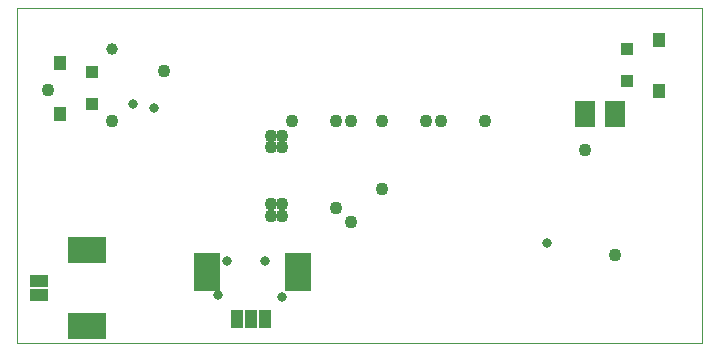
<source format=gbr>
%FSLAX34Y34*%
%MOMM*%
%LNSOLDERMASK_TOP*%
G71*
G01*
%ADD10C, 0.00*%
%ADD11R, 1.70X2.20*%
%ADD12R, 1.10X1.10*%
%ADD13R, 1.10X1.30*%
%ADD14R, 3.20X2.30*%
%ADD15R, 1.50X1.00*%
%ADD16R, 2.30X3.20*%
%ADD17R, 1.00X1.50*%
%ADD18C, 1.10*%
%ADD19C, 0.80*%
%ADD20C, 1.00*%
%LPD*%
G54D10*
X-580000Y283000D02*
X0Y283000D01*
X0Y0D01*
X-580000Y0D01*
X-580000Y283000D01*
X-98959Y193205D02*
G54D11*
D03*
X-73959Y193205D02*
G54D11*
D03*
X-63931Y248214D02*
G54D12*
D03*
X-63931Y221214D02*
G54D12*
D03*
X-36931Y256214D02*
G54D13*
D03*
X-36931Y213214D02*
G54D13*
D03*
X-516601Y201948D02*
G54D12*
D03*
X-516601Y228948D02*
G54D12*
D03*
X-543601Y193948D02*
G54D13*
D03*
X-543601Y236948D02*
G54D13*
D03*
X-521092Y14466D02*
G54D14*
D03*
X-521092Y14466D02*
G54D14*
D03*
X-521091Y78466D02*
G54D14*
D03*
X-561092Y52466D02*
G54D15*
D03*
X-561092Y40466D02*
G54D15*
D03*
X-342000Y60000D02*
G54D16*
D03*
X-342000Y60000D02*
G54D16*
D03*
X-419000Y60000D02*
G54D16*
D03*
X-382000Y20000D02*
G54D17*
D03*
X-394000Y20000D02*
G54D17*
D03*
X-370000Y20000D02*
G54D17*
D03*
X-500000Y188000D02*
G54D18*
D03*
X-347000Y188000D02*
G54D18*
D03*
X-356000Y39000D02*
G54D19*
D03*
X-271000Y188000D02*
G54D18*
D03*
X-271000Y130000D02*
G54D18*
D03*
X-184000Y188000D02*
G54D18*
D03*
X-500000Y248428D02*
G54D20*
D03*
X-234000Y188000D02*
G54D18*
D03*
X-221000Y188000D02*
G54D18*
D03*
X-456000Y230000D02*
G54D18*
D03*
X-554000Y214000D02*
G54D18*
D03*
X-310000Y188000D02*
G54D18*
D03*
X-73959Y74041D02*
G54D18*
D03*
X-98959Y163041D02*
G54D18*
D03*
X-370000Y69000D02*
G54D19*
D03*
X-131000Y84000D02*
G54D19*
D03*
X-402000Y69000D02*
G54D19*
D03*
X-410000Y40000D02*
G54D19*
D03*
X-482000Y202000D02*
G54D19*
D03*
X-464000Y199000D02*
G54D19*
D03*
X-297000Y188000D02*
G54D18*
D03*
X-310000Y114000D02*
G54D18*
D03*
X-297000Y102000D02*
G54D18*
D03*
X-365000Y175000D02*
G54D18*
D03*
X-356000Y175000D02*
G54D18*
D03*
X-365000Y166000D02*
G54D18*
D03*
X-356000Y166000D02*
G54D18*
D03*
X-365000Y107000D02*
G54D18*
D03*
X-356000Y107000D02*
G54D18*
D03*
X-365000Y117000D02*
G54D18*
D03*
X-356000Y117000D02*
G54D18*
D03*
M02*

</source>
